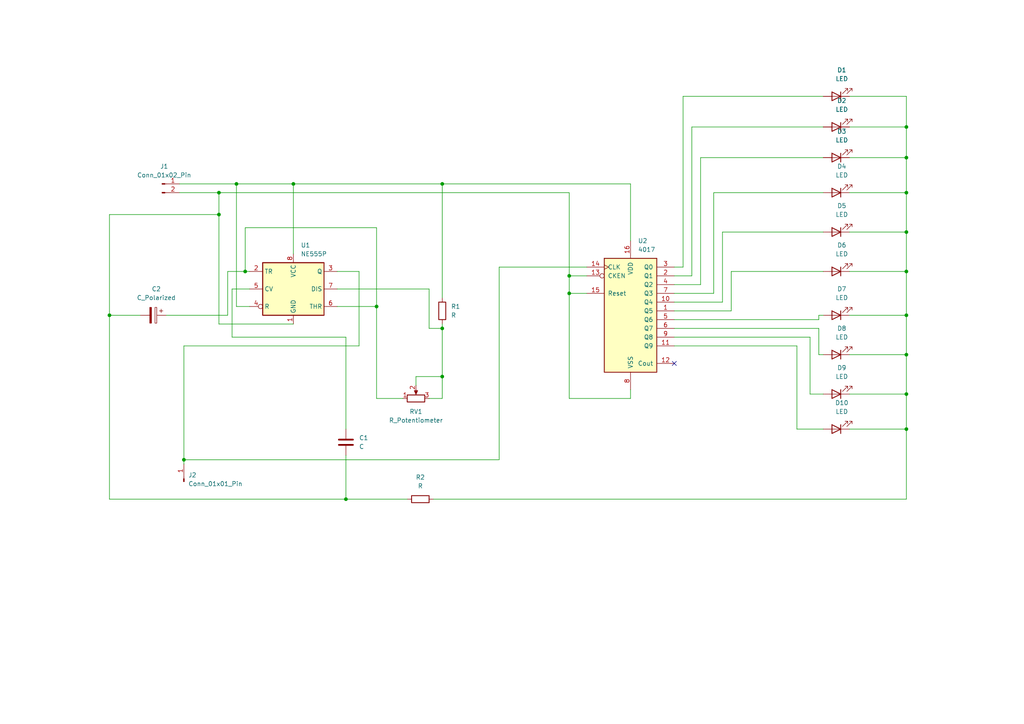
<source format=kicad_sch>
(kicad_sch
	(version 20250114)
	(generator "eeschema")
	(generator_version "9.0")
	(uuid "eae1b529-4035-4798-8ef6-190a41a5aea2")
	(paper "A4")
	(lib_symbols
		(symbol "4xxx:4017"
			(pin_names
				(offset 1.016)
			)
			(exclude_from_sim no)
			(in_bom yes)
			(on_board yes)
			(property "Reference" "U"
				(at -7.62 16.51 0)
				(effects
					(font
						(size 1.27 1.27)
					)
				)
			)
			(property "Value" "4017"
				(at -7.62 -19.05 0)
				(effects
					(font
						(size 1.27 1.27)
					)
				)
			)
			(property "Footprint" ""
				(at 0 0 0)
				(effects
					(font
						(size 1.27 1.27)
					)
					(hide yes)
				)
			)
			(property "Datasheet" "http://www.intersil.com/content/dam/Intersil/documents/cd40/cd4017bms-22bms.pdf"
				(at 0 0 0)
				(effects
					(font
						(size 1.27 1.27)
					)
					(hide yes)
				)
			)
			(property "Description" "Johnson Counter ( 10 outputs )"
				(at 0 0 0)
				(effects
					(font
						(size 1.27 1.27)
					)
					(hide yes)
				)
			)
			(property "ki_locked" ""
				(at 0 0 0)
				(effects
					(font
						(size 1.27 1.27)
					)
				)
			)
			(property "ki_keywords" "CNT CNT10"
				(at 0 0 0)
				(effects
					(font
						(size 1.27 1.27)
					)
					(hide yes)
				)
			)
			(property "ki_fp_filters" "DIP?16*"
				(at 0 0 0)
				(effects
					(font
						(size 1.27 1.27)
					)
					(hide yes)
				)
			)
			(symbol "4017_1_0"
				(pin input clock
					(at -12.7 12.7 0)
					(length 5.08)
					(name "CLK"
						(effects
							(font
								(size 1.27 1.27)
							)
						)
					)
					(number "14"
						(effects
							(font
								(size 1.27 1.27)
							)
						)
					)
				)
				(pin input inverted
					(at -12.7 10.16 0)
					(length 5.08)
					(name "CKEN"
						(effects
							(font
								(size 1.27 1.27)
							)
						)
					)
					(number "13"
						(effects
							(font
								(size 1.27 1.27)
							)
						)
					)
				)
				(pin input line
					(at -12.7 5.08 0)
					(length 5.08)
					(name "Reset"
						(effects
							(font
								(size 1.27 1.27)
							)
						)
					)
					(number "15"
						(effects
							(font
								(size 1.27 1.27)
							)
						)
					)
				)
				(pin power_in line
					(at 0 20.32 270)
					(length 5.08)
					(name "VDD"
						(effects
							(font
								(size 1.27 1.27)
							)
						)
					)
					(number "16"
						(effects
							(font
								(size 1.27 1.27)
							)
						)
					)
				)
				(pin power_in line
					(at 0 -22.86 90)
					(length 5.08)
					(name "VSS"
						(effects
							(font
								(size 1.27 1.27)
							)
						)
					)
					(number "8"
						(effects
							(font
								(size 1.27 1.27)
							)
						)
					)
				)
				(pin output line
					(at 12.7 12.7 180)
					(length 5.08)
					(name "Q0"
						(effects
							(font
								(size 1.27 1.27)
							)
						)
					)
					(number "3"
						(effects
							(font
								(size 1.27 1.27)
							)
						)
					)
				)
				(pin output line
					(at 12.7 10.16 180)
					(length 5.08)
					(name "Q1"
						(effects
							(font
								(size 1.27 1.27)
							)
						)
					)
					(number "2"
						(effects
							(font
								(size 1.27 1.27)
							)
						)
					)
				)
				(pin output line
					(at 12.7 7.62 180)
					(length 5.08)
					(name "Q2"
						(effects
							(font
								(size 1.27 1.27)
							)
						)
					)
					(number "4"
						(effects
							(font
								(size 1.27 1.27)
							)
						)
					)
				)
				(pin output line
					(at 12.7 5.08 180)
					(length 5.08)
					(name "Q3"
						(effects
							(font
								(size 1.27 1.27)
							)
						)
					)
					(number "7"
						(effects
							(font
								(size 1.27 1.27)
							)
						)
					)
				)
				(pin output line
					(at 12.7 2.54 180)
					(length 5.08)
					(name "Q4"
						(effects
							(font
								(size 1.27 1.27)
							)
						)
					)
					(number "10"
						(effects
							(font
								(size 1.27 1.27)
							)
						)
					)
				)
				(pin output line
					(at 12.7 0 180)
					(length 5.08)
					(name "Q5"
						(effects
							(font
								(size 1.27 1.27)
							)
						)
					)
					(number "1"
						(effects
							(font
								(size 1.27 1.27)
							)
						)
					)
				)
				(pin output line
					(at 12.7 -2.54 180)
					(length 5.08)
					(name "Q6"
						(effects
							(font
								(size 1.27 1.27)
							)
						)
					)
					(number "5"
						(effects
							(font
								(size 1.27 1.27)
							)
						)
					)
				)
				(pin output line
					(at 12.7 -5.08 180)
					(length 5.08)
					(name "Q7"
						(effects
							(font
								(size 1.27 1.27)
							)
						)
					)
					(number "6"
						(effects
							(font
								(size 1.27 1.27)
							)
						)
					)
				)
				(pin output line
					(at 12.7 -7.62 180)
					(length 5.08)
					(name "Q8"
						(effects
							(font
								(size 1.27 1.27)
							)
						)
					)
					(number "9"
						(effects
							(font
								(size 1.27 1.27)
							)
						)
					)
				)
				(pin output line
					(at 12.7 -10.16 180)
					(length 5.08)
					(name "Q9"
						(effects
							(font
								(size 1.27 1.27)
							)
						)
					)
					(number "11"
						(effects
							(font
								(size 1.27 1.27)
							)
						)
					)
				)
				(pin output line
					(at 12.7 -15.24 180)
					(length 5.08)
					(name "Cout"
						(effects
							(font
								(size 1.27 1.27)
							)
						)
					)
					(number "12"
						(effects
							(font
								(size 1.27 1.27)
							)
						)
					)
				)
			)
			(symbol "4017_1_1"
				(rectangle
					(start -7.62 15.24)
					(end 7.62 -17.78)
					(stroke
						(width 0.254)
						(type default)
					)
					(fill
						(type background)
					)
				)
			)
			(embedded_fonts no)
		)
		(symbol "Connector:Conn_01x01_Pin"
			(pin_names
				(offset 1.016)
				(hide yes)
			)
			(exclude_from_sim no)
			(in_bom yes)
			(on_board yes)
			(property "Reference" "J"
				(at 0 2.54 0)
				(effects
					(font
						(size 1.27 1.27)
					)
				)
			)
			(property "Value" "Conn_01x01_Pin"
				(at 0 -2.54 0)
				(effects
					(font
						(size 1.27 1.27)
					)
				)
			)
			(property "Footprint" ""
				(at 0 0 0)
				(effects
					(font
						(size 1.27 1.27)
					)
					(hide yes)
				)
			)
			(property "Datasheet" "~"
				(at 0 0 0)
				(effects
					(font
						(size 1.27 1.27)
					)
					(hide yes)
				)
			)
			(property "Description" "Generic connector, single row, 01x01, script generated"
				(at 0 0 0)
				(effects
					(font
						(size 1.27 1.27)
					)
					(hide yes)
				)
			)
			(property "ki_locked" ""
				(at 0 0 0)
				(effects
					(font
						(size 1.27 1.27)
					)
				)
			)
			(property "ki_keywords" "connector"
				(at 0 0 0)
				(effects
					(font
						(size 1.27 1.27)
					)
					(hide yes)
				)
			)
			(property "ki_fp_filters" "Connector*:*_1x??_*"
				(at 0 0 0)
				(effects
					(font
						(size 1.27 1.27)
					)
					(hide yes)
				)
			)
			(symbol "Conn_01x01_Pin_1_1"
				(rectangle
					(start 0.8636 0.127)
					(end 0 -0.127)
					(stroke
						(width 0.1524)
						(type default)
					)
					(fill
						(type outline)
					)
				)
				(polyline
					(pts
						(xy 1.27 0) (xy 0.8636 0)
					)
					(stroke
						(width 0.1524)
						(type default)
					)
					(fill
						(type none)
					)
				)
				(pin passive line
					(at 5.08 0 180)
					(length 3.81)
					(name "Pin_1"
						(effects
							(font
								(size 1.27 1.27)
							)
						)
					)
					(number "1"
						(effects
							(font
								(size 1.27 1.27)
							)
						)
					)
				)
			)
			(embedded_fonts no)
		)
		(symbol "Connector:Conn_01x02_Pin"
			(pin_names
				(offset 1.016)
				(hide yes)
			)
			(exclude_from_sim no)
			(in_bom yes)
			(on_board yes)
			(property "Reference" "J"
				(at 0 2.54 0)
				(effects
					(font
						(size 1.27 1.27)
					)
				)
			)
			(property "Value" "Conn_01x02_Pin"
				(at 0 -5.08 0)
				(effects
					(font
						(size 1.27 1.27)
					)
				)
			)
			(property "Footprint" ""
				(at 0 0 0)
				(effects
					(font
						(size 1.27 1.27)
					)
					(hide yes)
				)
			)
			(property "Datasheet" "~"
				(at 0 0 0)
				(effects
					(font
						(size 1.27 1.27)
					)
					(hide yes)
				)
			)
			(property "Description" "Generic connector, single row, 01x02, script generated"
				(at 0 0 0)
				(effects
					(font
						(size 1.27 1.27)
					)
					(hide yes)
				)
			)
			(property "ki_locked" ""
				(at 0 0 0)
				(effects
					(font
						(size 1.27 1.27)
					)
				)
			)
			(property "ki_keywords" "connector"
				(at 0 0 0)
				(effects
					(font
						(size 1.27 1.27)
					)
					(hide yes)
				)
			)
			(property "ki_fp_filters" "Connector*:*_1x??_*"
				(at 0 0 0)
				(effects
					(font
						(size 1.27 1.27)
					)
					(hide yes)
				)
			)
			(symbol "Conn_01x02_Pin_1_1"
				(rectangle
					(start 0.8636 0.127)
					(end 0 -0.127)
					(stroke
						(width 0.1524)
						(type default)
					)
					(fill
						(type outline)
					)
				)
				(rectangle
					(start 0.8636 -2.413)
					(end 0 -2.667)
					(stroke
						(width 0.1524)
						(type default)
					)
					(fill
						(type outline)
					)
				)
				(polyline
					(pts
						(xy 1.27 0) (xy 0.8636 0)
					)
					(stroke
						(width 0.1524)
						(type default)
					)
					(fill
						(type none)
					)
				)
				(polyline
					(pts
						(xy 1.27 -2.54) (xy 0.8636 -2.54)
					)
					(stroke
						(width 0.1524)
						(type default)
					)
					(fill
						(type none)
					)
				)
				(pin passive line
					(at 5.08 0 180)
					(length 3.81)
					(name "Pin_1"
						(effects
							(font
								(size 1.27 1.27)
							)
						)
					)
					(number "1"
						(effects
							(font
								(size 1.27 1.27)
							)
						)
					)
				)
				(pin passive line
					(at 5.08 -2.54 180)
					(length 3.81)
					(name "Pin_2"
						(effects
							(font
								(size 1.27 1.27)
							)
						)
					)
					(number "2"
						(effects
							(font
								(size 1.27 1.27)
							)
						)
					)
				)
			)
			(embedded_fonts no)
		)
		(symbol "Device:C"
			(pin_numbers
				(hide yes)
			)
			(pin_names
				(offset 0.254)
			)
			(exclude_from_sim no)
			(in_bom yes)
			(on_board yes)
			(property "Reference" "C"
				(at 0.635 2.54 0)
				(effects
					(font
						(size 1.27 1.27)
					)
					(justify left)
				)
			)
			(property "Value" "C"
				(at 0.635 -2.54 0)
				(effects
					(font
						(size 1.27 1.27)
					)
					(justify left)
				)
			)
			(property "Footprint" ""
				(at 0.9652 -3.81 0)
				(effects
					(font
						(size 1.27 1.27)
					)
					(hide yes)
				)
			)
			(property "Datasheet" "~"
				(at 0 0 0)
				(effects
					(font
						(size 1.27 1.27)
					)
					(hide yes)
				)
			)
			(property "Description" "Unpolarized capacitor"
				(at 0 0 0)
				(effects
					(font
						(size 1.27 1.27)
					)
					(hide yes)
				)
			)
			(property "ki_keywords" "cap capacitor"
				(at 0 0 0)
				(effects
					(font
						(size 1.27 1.27)
					)
					(hide yes)
				)
			)
			(property "ki_fp_filters" "C_*"
				(at 0 0 0)
				(effects
					(font
						(size 1.27 1.27)
					)
					(hide yes)
				)
			)
			(symbol "C_0_1"
				(polyline
					(pts
						(xy -2.032 0.762) (xy 2.032 0.762)
					)
					(stroke
						(width 0.508)
						(type default)
					)
					(fill
						(type none)
					)
				)
				(polyline
					(pts
						(xy -2.032 -0.762) (xy 2.032 -0.762)
					)
					(stroke
						(width 0.508)
						(type default)
					)
					(fill
						(type none)
					)
				)
			)
			(symbol "C_1_1"
				(pin passive line
					(at 0 3.81 270)
					(length 2.794)
					(name "~"
						(effects
							(font
								(size 1.27 1.27)
							)
						)
					)
					(number "1"
						(effects
							(font
								(size 1.27 1.27)
							)
						)
					)
				)
				(pin passive line
					(at 0 -3.81 90)
					(length 2.794)
					(name "~"
						(effects
							(font
								(size 1.27 1.27)
							)
						)
					)
					(number "2"
						(effects
							(font
								(size 1.27 1.27)
							)
						)
					)
				)
			)
			(embedded_fonts no)
		)
		(symbol "Device:C_Polarized"
			(pin_numbers
				(hide yes)
			)
			(pin_names
				(offset 0.254)
			)
			(exclude_from_sim no)
			(in_bom yes)
			(on_board yes)
			(property "Reference" "C"
				(at 0.635 2.54 0)
				(effects
					(font
						(size 1.27 1.27)
					)
					(justify left)
				)
			)
			(property "Value" "C_Polarized"
				(at 0.635 -2.54 0)
				(effects
					(font
						(size 1.27 1.27)
					)
					(justify left)
				)
			)
			(property "Footprint" ""
				(at 0.9652 -3.81 0)
				(effects
					(font
						(size 1.27 1.27)
					)
					(hide yes)
				)
			)
			(property "Datasheet" "~"
				(at 0 0 0)
				(effects
					(font
						(size 1.27 1.27)
					)
					(hide yes)
				)
			)
			(property "Description" "Polarized capacitor"
				(at 0 0 0)
				(effects
					(font
						(size 1.27 1.27)
					)
					(hide yes)
				)
			)
			(property "ki_keywords" "cap capacitor"
				(at 0 0 0)
				(effects
					(font
						(size 1.27 1.27)
					)
					(hide yes)
				)
			)
			(property "ki_fp_filters" "CP_*"
				(at 0 0 0)
				(effects
					(font
						(size 1.27 1.27)
					)
					(hide yes)
				)
			)
			(symbol "C_Polarized_0_1"
				(rectangle
					(start -2.286 0.508)
					(end 2.286 1.016)
					(stroke
						(width 0)
						(type default)
					)
					(fill
						(type none)
					)
				)
				(polyline
					(pts
						(xy -1.778 2.286) (xy -0.762 2.286)
					)
					(stroke
						(width 0)
						(type default)
					)
					(fill
						(type none)
					)
				)
				(polyline
					(pts
						(xy -1.27 2.794) (xy -1.27 1.778)
					)
					(stroke
						(width 0)
						(type default)
					)
					(fill
						(type none)
					)
				)
				(rectangle
					(start 2.286 -0.508)
					(end -2.286 -1.016)
					(stroke
						(width 0)
						(type default)
					)
					(fill
						(type outline)
					)
				)
			)
			(symbol "C_Polarized_1_1"
				(pin passive line
					(at 0 3.81 270)
					(length 2.794)
					(name "~"
						(effects
							(font
								(size 1.27 1.27)
							)
						)
					)
					(number "1"
						(effects
							(font
								(size 1.27 1.27)
							)
						)
					)
				)
				(pin passive line
					(at 0 -3.81 90)
					(length 2.794)
					(name "~"
						(effects
							(font
								(size 1.27 1.27)
							)
						)
					)
					(number "2"
						(effects
							(font
								(size 1.27 1.27)
							)
						)
					)
				)
			)
			(embedded_fonts no)
		)
		(symbol "Device:LED"
			(pin_numbers
				(hide yes)
			)
			(pin_names
				(offset 1.016)
				(hide yes)
			)
			(exclude_from_sim no)
			(in_bom yes)
			(on_board yes)
			(property "Reference" "D"
				(at 0 2.54 0)
				(effects
					(font
						(size 1.27 1.27)
					)
				)
			)
			(property "Value" "LED"
				(at 0 -2.54 0)
				(effects
					(font
						(size 1.27 1.27)
					)
				)
			)
			(property "Footprint" ""
				(at 0 0 0)
				(effects
					(font
						(size 1.27 1.27)
					)
					(hide yes)
				)
			)
			(property "Datasheet" "~"
				(at 0 0 0)
				(effects
					(font
						(size 1.27 1.27)
					)
					(hide yes)
				)
			)
			(property "Description" "Light emitting diode"
				(at 0 0 0)
				(effects
					(font
						(size 1.27 1.27)
					)
					(hide yes)
				)
			)
			(property "Sim.Pins" "1=K 2=A"
				(at 0 0 0)
				(effects
					(font
						(size 1.27 1.27)
					)
					(hide yes)
				)
			)
			(property "ki_keywords" "LED diode"
				(at 0 0 0)
				(effects
					(font
						(size 1.27 1.27)
					)
					(hide yes)
				)
			)
			(property "ki_fp_filters" "LED* LED_SMD:* LED_THT:*"
				(at 0 0 0)
				(effects
					(font
						(size 1.27 1.27)
					)
					(hide yes)
				)
			)
			(symbol "LED_0_1"
				(polyline
					(pts
						(xy -3.048 -0.762) (xy -4.572 -2.286) (xy -3.81 -2.286) (xy -4.572 -2.286) (xy -4.572 -1.524)
					)
					(stroke
						(width 0)
						(type default)
					)
					(fill
						(type none)
					)
				)
				(polyline
					(pts
						(xy -1.778 -0.762) (xy -3.302 -2.286) (xy -2.54 -2.286) (xy -3.302 -2.286) (xy -3.302 -1.524)
					)
					(stroke
						(width 0)
						(type default)
					)
					(fill
						(type none)
					)
				)
				(polyline
					(pts
						(xy -1.27 0) (xy 1.27 0)
					)
					(stroke
						(width 0)
						(type default)
					)
					(fill
						(type none)
					)
				)
				(polyline
					(pts
						(xy -1.27 -1.27) (xy -1.27 1.27)
					)
					(stroke
						(width 0.254)
						(type default)
					)
					(fill
						(type none)
					)
				)
				(polyline
					(pts
						(xy 1.27 -1.27) (xy 1.27 1.27) (xy -1.27 0) (xy 1.27 -1.27)
					)
					(stroke
						(width 0.254)
						(type default)
					)
					(fill
						(type none)
					)
				)
			)
			(symbol "LED_1_1"
				(pin passive line
					(at -3.81 0 0)
					(length 2.54)
					(name "K"
						(effects
							(font
								(size 1.27 1.27)
							)
						)
					)
					(number "1"
						(effects
							(font
								(size 1.27 1.27)
							)
						)
					)
				)
				(pin passive line
					(at 3.81 0 180)
					(length 2.54)
					(name "A"
						(effects
							(font
								(size 1.27 1.27)
							)
						)
					)
					(number "2"
						(effects
							(font
								(size 1.27 1.27)
							)
						)
					)
				)
			)
			(embedded_fonts no)
		)
		(symbol "Device:R"
			(pin_numbers
				(hide yes)
			)
			(pin_names
				(offset 0)
			)
			(exclude_from_sim no)
			(in_bom yes)
			(on_board yes)
			(property "Reference" "R"
				(at 2.032 0 90)
				(effects
					(font
						(size 1.27 1.27)
					)
				)
			)
			(property "Value" "R"
				(at 0 0 90)
				(effects
					(font
						(size 1.27 1.27)
					)
				)
			)
			(property "Footprint" ""
				(at -1.778 0 90)
				(effects
					(font
						(size 1.27 1.27)
					)
					(hide yes)
				)
			)
			(property "Datasheet" "~"
				(at 0 0 0)
				(effects
					(font
						(size 1.27 1.27)
					)
					(hide yes)
				)
			)
			(property "Description" "Resistor"
				(at 0 0 0)
				(effects
					(font
						(size 1.27 1.27)
					)
					(hide yes)
				)
			)
			(property "ki_keywords" "R res resistor"
				(at 0 0 0)
				(effects
					(font
						(size 1.27 1.27)
					)
					(hide yes)
				)
			)
			(property "ki_fp_filters" "R_*"
				(at 0 0 0)
				(effects
					(font
						(size 1.27 1.27)
					)
					(hide yes)
				)
			)
			(symbol "R_0_1"
				(rectangle
					(start -1.016 -2.54)
					(end 1.016 2.54)
					(stroke
						(width 0.254)
						(type default)
					)
					(fill
						(type none)
					)
				)
			)
			(symbol "R_1_1"
				(pin passive line
					(at 0 3.81 270)
					(length 1.27)
					(name "~"
						(effects
							(font
								(size 1.27 1.27)
							)
						)
					)
					(number "1"
						(effects
							(font
								(size 1.27 1.27)
							)
						)
					)
				)
				(pin passive line
					(at 0 -3.81 90)
					(length 1.27)
					(name "~"
						(effects
							(font
								(size 1.27 1.27)
							)
						)
					)
					(number "2"
						(effects
							(font
								(size 1.27 1.27)
							)
						)
					)
				)
			)
			(embedded_fonts no)
		)
		(symbol "Device:R_Potentiometer"
			(pin_names
				(offset 1.016)
				(hide yes)
			)
			(exclude_from_sim no)
			(in_bom yes)
			(on_board yes)
			(property "Reference" "RV"
				(at -4.445 0 90)
				(effects
					(font
						(size 1.27 1.27)
					)
				)
			)
			(property "Value" "R_Potentiometer"
				(at -2.54 0 90)
				(effects
					(font
						(size 1.27 1.27)
					)
				)
			)
			(property "Footprint" ""
				(at 0 0 0)
				(effects
					(font
						(size 1.27 1.27)
					)
					(hide yes)
				)
			)
			(property "Datasheet" "~"
				(at 0 0 0)
				(effects
					(font
						(size 1.27 1.27)
					)
					(hide yes)
				)
			)
			(property "Description" "Potentiometer"
				(at 0 0 0)
				(effects
					(font
						(size 1.27 1.27)
					)
					(hide yes)
				)
			)
			(property "ki_keywords" "resistor variable"
				(at 0 0 0)
				(effects
					(font
						(size 1.27 1.27)
					)
					(hide yes)
				)
			)
			(property "ki_fp_filters" "Potentiometer*"
				(at 0 0 0)
				(effects
					(font
						(size 1.27 1.27)
					)
					(hide yes)
				)
			)
			(symbol "R_Potentiometer_0_1"
				(rectangle
					(start 1.016 2.54)
					(end -1.016 -2.54)
					(stroke
						(width 0.254)
						(type default)
					)
					(fill
						(type none)
					)
				)
				(polyline
					(pts
						(xy 1.143 0) (xy 2.286 0.508) (xy 2.286 -0.508) (xy 1.143 0)
					)
					(stroke
						(width 0)
						(type default)
					)
					(fill
						(type outline)
					)
				)
				(polyline
					(pts
						(xy 2.54 0) (xy 1.524 0)
					)
					(stroke
						(width 0)
						(type default)
					)
					(fill
						(type none)
					)
				)
			)
			(symbol "R_Potentiometer_1_1"
				(pin passive line
					(at 0 3.81 270)
					(length 1.27)
					(name "1"
						(effects
							(font
								(size 1.27 1.27)
							)
						)
					)
					(number "1"
						(effects
							(font
								(size 1.27 1.27)
							)
						)
					)
				)
				(pin passive line
					(at 0 -3.81 90)
					(length 1.27)
					(name "3"
						(effects
							(font
								(size 1.27 1.27)
							)
						)
					)
					(number "3"
						(effects
							(font
								(size 1.27 1.27)
							)
						)
					)
				)
				(pin passive line
					(at 3.81 0 180)
					(length 1.27)
					(name "2"
						(effects
							(font
								(size 1.27 1.27)
							)
						)
					)
					(number "2"
						(effects
							(font
								(size 1.27 1.27)
							)
						)
					)
				)
			)
			(embedded_fonts no)
		)
		(symbol "Timer:NE555P"
			(exclude_from_sim no)
			(in_bom yes)
			(on_board yes)
			(property "Reference" "U"
				(at -10.16 8.89 0)
				(effects
					(font
						(size 1.27 1.27)
					)
					(justify left)
				)
			)
			(property "Value" "NE555P"
				(at 2.54 8.89 0)
				(effects
					(font
						(size 1.27 1.27)
					)
					(justify left)
				)
			)
			(property "Footprint" "Package_DIP:DIP-8_W7.62mm"
				(at 16.51 -10.16 0)
				(effects
					(font
						(size 1.27 1.27)
					)
					(hide yes)
				)
			)
			(property "Datasheet" "http://www.ti.com/lit/ds/symlink/ne555.pdf"
				(at 21.59 -10.16 0)
				(effects
					(font
						(size 1.27 1.27)
					)
					(hide yes)
				)
			)
			(property "Description" "Precision Timers, 555 compatible,  PDIP-8"
				(at 0 0 0)
				(effects
					(font
						(size 1.27 1.27)
					)
					(hide yes)
				)
			)
			(property "ki_keywords" "single timer 555"
				(at 0 0 0)
				(effects
					(font
						(size 1.27 1.27)
					)
					(hide yes)
				)
			)
			(property "ki_fp_filters" "DIP*W7.62mm*"
				(at 0 0 0)
				(effects
					(font
						(size 1.27 1.27)
					)
					(hide yes)
				)
			)
			(symbol "NE555P_0_0"
				(pin power_in line
					(at 0 10.16 270)
					(length 2.54)
					(name "VCC"
						(effects
							(font
								(size 1.27 1.27)
							)
						)
					)
					(number "8"
						(effects
							(font
								(size 1.27 1.27)
							)
						)
					)
				)
				(pin power_in line
					(at 0 -10.16 90)
					(length 2.54)
					(name "GND"
						(effects
							(font
								(size 1.27 1.27)
							)
						)
					)
					(number "1"
						(effects
							(font
								(size 1.27 1.27)
							)
						)
					)
				)
			)
			(symbol "NE555P_0_1"
				(rectangle
					(start -8.89 -7.62)
					(end 8.89 7.62)
					(stroke
						(width 0.254)
						(type default)
					)
					(fill
						(type background)
					)
				)
				(rectangle
					(start -8.89 -7.62)
					(end 8.89 7.62)
					(stroke
						(width 0.254)
						(type default)
					)
					(fill
						(type background)
					)
				)
			)
			(symbol "NE555P_1_1"
				(pin input line
					(at -12.7 5.08 0)
					(length 3.81)
					(name "TR"
						(effects
							(font
								(size 1.27 1.27)
							)
						)
					)
					(number "2"
						(effects
							(font
								(size 1.27 1.27)
							)
						)
					)
				)
				(pin input line
					(at -12.7 0 0)
					(length 3.81)
					(name "CV"
						(effects
							(font
								(size 1.27 1.27)
							)
						)
					)
					(number "5"
						(effects
							(font
								(size 1.27 1.27)
							)
						)
					)
				)
				(pin input inverted
					(at -12.7 -5.08 0)
					(length 3.81)
					(name "R"
						(effects
							(font
								(size 1.27 1.27)
							)
						)
					)
					(number "4"
						(effects
							(font
								(size 1.27 1.27)
							)
						)
					)
				)
				(pin output line
					(at 12.7 5.08 180)
					(length 3.81)
					(name "Q"
						(effects
							(font
								(size 1.27 1.27)
							)
						)
					)
					(number "3"
						(effects
							(font
								(size 1.27 1.27)
							)
						)
					)
				)
				(pin input line
					(at 12.7 0 180)
					(length 3.81)
					(name "DIS"
						(effects
							(font
								(size 1.27 1.27)
							)
						)
					)
					(number "7"
						(effects
							(font
								(size 1.27 1.27)
							)
						)
					)
				)
				(pin input line
					(at 12.7 -5.08 180)
					(length 3.81)
					(name "THR"
						(effects
							(font
								(size 1.27 1.27)
							)
						)
					)
					(number "6"
						(effects
							(font
								(size 1.27 1.27)
							)
						)
					)
				)
			)
			(embedded_fonts no)
		)
	)
	(junction
		(at 128.27 95.25)
		(diameter 0)
		(color 0 0 0 0)
		(uuid "05cee2c3-c50f-4a33-8be9-fd1ffb71f42b")
	)
	(junction
		(at 31.75 91.44)
		(diameter 0)
		(color 0 0 0 0)
		(uuid "23a45f48-f2eb-4973-bda4-653b44b8832a")
	)
	(junction
		(at 262.89 114.3)
		(diameter 0)
		(color 0 0 0 0)
		(uuid "293f0ebc-0d4b-411c-9eae-8a73f8a5e9d8")
	)
	(junction
		(at 262.89 102.87)
		(diameter 0)
		(color 0 0 0 0)
		(uuid "2b89998e-a0ca-46fc-a46b-9c7b96d31d37")
	)
	(junction
		(at 71.12 78.74)
		(diameter 0)
		(color 0 0 0 0)
		(uuid "30e1d6e8-2ab7-4039-bb8c-c4e5eadb834c")
	)
	(junction
		(at 262.89 45.72)
		(diameter 0)
		(color 0 0 0 0)
		(uuid "3deee69e-282b-41a7-8222-5033ce90e93c")
	)
	(junction
		(at 262.89 55.88)
		(diameter 0)
		(color 0 0 0 0)
		(uuid "41d50dd9-5ff9-4b8b-a397-216d83ac447a")
	)
	(junction
		(at 63.5 62.23)
		(diameter 0)
		(color 0 0 0 0)
		(uuid "422094dd-07d8-4b5f-a1d3-21af36a098c7")
	)
	(junction
		(at 68.58 53.34)
		(diameter 0)
		(color 0 0 0 0)
		(uuid "4ae0b97b-719f-4543-9c35-301ce6847b1f")
	)
	(junction
		(at 262.89 67.31)
		(diameter 0)
		(color 0 0 0 0)
		(uuid "64bf2c3e-547d-4658-b3ea-c184abb08a6a")
	)
	(junction
		(at 85.09 53.34)
		(diameter 0)
		(color 0 0 0 0)
		(uuid "65822e46-6e54-41d8-aecd-7f65b8e1ed71")
	)
	(junction
		(at 109.22 88.9)
		(diameter 0)
		(color 0 0 0 0)
		(uuid "7afff4f1-4e0a-4c8e-9267-ff84a62fca04")
	)
	(junction
		(at 63.5 55.88)
		(diameter 0)
		(color 0 0 0 0)
		(uuid "8645cc9d-9c4c-41bc-aabf-255000156d70")
	)
	(junction
		(at 165.1 85.09)
		(diameter 0)
		(color 0 0 0 0)
		(uuid "92caf663-9317-4295-8df1-9fae8459614c")
	)
	(junction
		(at 262.89 78.74)
		(diameter 0)
		(color 0 0 0 0)
		(uuid "950b593f-96ef-4297-bfa3-a5dc398fc3ec")
	)
	(junction
		(at 53.34 133.35)
		(diameter 0)
		(color 0 0 0 0)
		(uuid "a43c3ed1-4741-4595-af17-6c11538cccc6")
	)
	(junction
		(at 262.89 124.46)
		(diameter 0)
		(color 0 0 0 0)
		(uuid "a59a01ce-bd8a-4563-b55e-b18f414ead29")
	)
	(junction
		(at 128.27 109.22)
		(diameter 0)
		(color 0 0 0 0)
		(uuid "a78d1c66-7b9f-4e03-b6cf-c6f9ac4c094a")
	)
	(junction
		(at 262.89 36.83)
		(diameter 0)
		(color 0 0 0 0)
		(uuid "b68c28b7-3536-4e4b-b96a-1abe6915505c")
	)
	(junction
		(at 100.33 144.78)
		(diameter 0)
		(color 0 0 0 0)
		(uuid "d9ca6d27-9db1-4f26-9496-aa8e166d4bac")
	)
	(junction
		(at 128.27 53.34)
		(diameter 0)
		(color 0 0 0 0)
		(uuid "e73b4a03-e9d8-408a-951e-998361776791")
	)
	(junction
		(at 262.89 91.44)
		(diameter 0)
		(color 0 0 0 0)
		(uuid "e80835b1-3293-4daa-9beb-433c27d3aa0c")
	)
	(junction
		(at 165.1 80.01)
		(diameter 0)
		(color 0 0 0 0)
		(uuid "fb634e05-a9ae-46fb-8314-3687e6ae495d")
	)
	(no_connect
		(at 195.58 105.41)
		(uuid "263709b1-0a49-47fa-ac25-185c62e46d11")
	)
	(wire
		(pts
			(xy 262.89 102.87) (xy 262.89 114.3)
		)
		(stroke
			(width 0)
			(type default)
		)
		(uuid "0128dddb-c8f0-4506-9039-c97d32cf69c0")
	)
	(wire
		(pts
			(xy 237.49 95.25) (xy 237.49 102.87)
		)
		(stroke
			(width 0)
			(type default)
		)
		(uuid "01843fb6-2165-4c00-bc7a-a86a1166cceb")
	)
	(wire
		(pts
			(xy 100.33 144.78) (xy 31.75 144.78)
		)
		(stroke
			(width 0)
			(type default)
		)
		(uuid "01d4a5da-c038-4632-a7f4-e218b08749a3")
	)
	(wire
		(pts
			(xy 120.65 109.22) (xy 128.27 109.22)
		)
		(stroke
			(width 0)
			(type default)
		)
		(uuid "061f6543-9528-4c55-a94d-342b037957f5")
	)
	(wire
		(pts
			(xy 125.73 144.78) (xy 262.89 144.78)
		)
		(stroke
			(width 0)
			(type default)
		)
		(uuid "07f6d1ef-f836-4d03-97a8-4dfb128253fc")
	)
	(wire
		(pts
			(xy 63.5 93.98) (xy 63.5 62.23)
		)
		(stroke
			(width 0)
			(type default)
		)
		(uuid "0e40580f-bbda-452c-b646-2e6cad08281f")
	)
	(wire
		(pts
			(xy 109.22 88.9) (xy 109.22 66.04)
		)
		(stroke
			(width 0)
			(type default)
		)
		(uuid "1247b3cf-d170-4356-8825-5e0cda47ea8d")
	)
	(wire
		(pts
			(xy 68.58 88.9) (xy 68.58 53.34)
		)
		(stroke
			(width 0)
			(type default)
		)
		(uuid "1686511f-9923-44ff-9a0f-a714bf060907")
	)
	(wire
		(pts
			(xy 234.95 114.3) (xy 238.76 114.3)
		)
		(stroke
			(width 0)
			(type default)
		)
		(uuid "187ad1d4-1c09-47f8-bbb4-6ad9ddb977d5")
	)
	(wire
		(pts
			(xy 246.38 36.83) (xy 262.89 36.83)
		)
		(stroke
			(width 0)
			(type default)
		)
		(uuid "1dcfadc8-6d3a-43a6-ac4a-8b0111f31361")
	)
	(wire
		(pts
			(xy 246.38 67.31) (xy 262.89 67.31)
		)
		(stroke
			(width 0)
			(type default)
		)
		(uuid "1e52aef6-df1b-4a11-ae36-3c1ea91ddd5f")
	)
	(wire
		(pts
			(xy 182.88 53.34) (xy 182.88 69.85)
		)
		(stroke
			(width 0)
			(type default)
		)
		(uuid "1e9810a8-af59-4671-a403-e151eeac8db8")
	)
	(wire
		(pts
			(xy 128.27 53.34) (xy 128.27 86.36)
		)
		(stroke
			(width 0)
			(type default)
		)
		(uuid "20df1827-2277-4be8-a981-e8a18d96e626")
	)
	(wire
		(pts
			(xy 195.58 77.47) (xy 198.12 77.47)
		)
		(stroke
			(width 0)
			(type default)
		)
		(uuid "215a2ff9-7149-4e42-94e1-e094a475b481")
	)
	(wire
		(pts
			(xy 165.1 85.09) (xy 165.1 115.57)
		)
		(stroke
			(width 0)
			(type default)
		)
		(uuid "21c8843f-264b-4310-904e-b1f248c3cc5e")
	)
	(wire
		(pts
			(xy 100.33 132.08) (xy 100.33 144.78)
		)
		(stroke
			(width 0)
			(type default)
		)
		(uuid "233d7852-c894-4ba0-8a8f-3171979dac70")
	)
	(wire
		(pts
			(xy 262.89 78.74) (xy 262.89 91.44)
		)
		(stroke
			(width 0)
			(type default)
		)
		(uuid "25ee0579-d0ce-43f9-95a6-f507bad5edba")
	)
	(wire
		(pts
			(xy 170.18 77.47) (xy 144.78 77.47)
		)
		(stroke
			(width 0)
			(type default)
		)
		(uuid "29f23f83-cca0-4046-a1e5-a19ef7201e58")
	)
	(wire
		(pts
			(xy 212.09 78.74) (xy 238.76 78.74)
		)
		(stroke
			(width 0)
			(type default)
		)
		(uuid "2a6385f2-c2b6-4776-8a94-cf36bfeff20e")
	)
	(wire
		(pts
			(xy 124.46 83.82) (xy 124.46 95.25)
		)
		(stroke
			(width 0)
			(type default)
		)
		(uuid "2c9d8eeb-90cf-49ae-9e9f-11ebb5eb5f31")
	)
	(wire
		(pts
			(xy 63.5 55.88) (xy 165.1 55.88)
		)
		(stroke
			(width 0)
			(type default)
		)
		(uuid "2f7f13c0-3393-4ca6-a2a0-a79c9a463f51")
	)
	(wire
		(pts
			(xy 207.01 85.09) (xy 207.01 55.88)
		)
		(stroke
			(width 0)
			(type default)
		)
		(uuid "3374bc9a-9632-45fc-9be5-5b5c6464c7a5")
	)
	(wire
		(pts
			(xy 128.27 109.22) (xy 128.27 115.57)
		)
		(stroke
			(width 0)
			(type default)
		)
		(uuid "33d4041c-41ce-4902-82fb-020f6c5f1228")
	)
	(wire
		(pts
			(xy 144.78 77.47) (xy 144.78 133.35)
		)
		(stroke
			(width 0)
			(type default)
		)
		(uuid "34055b63-f3fe-46e9-9839-ba81bd8bc322")
	)
	(wire
		(pts
			(xy 53.34 133.35) (xy 53.34 100.33)
		)
		(stroke
			(width 0)
			(type default)
		)
		(uuid "34b7a891-de1f-40a4-bc38-d86d5cbc5ed2")
	)
	(wire
		(pts
			(xy 85.09 93.98) (xy 63.5 93.98)
		)
		(stroke
			(width 0)
			(type default)
		)
		(uuid "34fa995e-d86d-4f97-be2e-cd37e291f99d")
	)
	(wire
		(pts
			(xy 195.58 87.63) (xy 209.55 87.63)
		)
		(stroke
			(width 0)
			(type default)
		)
		(uuid "36b60676-8696-47bc-a2b9-d156fd6ecced")
	)
	(wire
		(pts
			(xy 53.34 100.33) (xy 104.14 100.33)
		)
		(stroke
			(width 0)
			(type default)
		)
		(uuid "3fbf99cc-340e-4f0c-9ed3-444c971727ba")
	)
	(wire
		(pts
			(xy 195.58 85.09) (xy 207.01 85.09)
		)
		(stroke
			(width 0)
			(type default)
		)
		(uuid "438dd51d-fbae-4c75-8a67-ca2c2c28c57a")
	)
	(wire
		(pts
			(xy 97.79 88.9) (xy 109.22 88.9)
		)
		(stroke
			(width 0)
			(type default)
		)
		(uuid "44cc9152-3ce2-4031-8382-ae4d81582553")
	)
	(wire
		(pts
			(xy 209.55 67.31) (xy 238.76 67.31)
		)
		(stroke
			(width 0)
			(type default)
		)
		(uuid "49af67f7-0dab-47da-aa2b-51e3e8f1b497")
	)
	(wire
		(pts
			(xy 231.14 100.33) (xy 231.14 124.46)
		)
		(stroke
			(width 0)
			(type default)
		)
		(uuid "4ae20d99-0fd6-437a-a81c-f100eb9ac588")
	)
	(wire
		(pts
			(xy 68.58 53.34) (xy 85.09 53.34)
		)
		(stroke
			(width 0)
			(type default)
		)
		(uuid "4afb5272-014a-44ad-a91a-e865c56d1a07")
	)
	(wire
		(pts
			(xy 124.46 95.25) (xy 128.27 95.25)
		)
		(stroke
			(width 0)
			(type default)
		)
		(uuid "4f1b9ee3-c2da-4e35-9319-0f40cb90ed17")
	)
	(wire
		(pts
			(xy 246.38 91.44) (xy 262.89 91.44)
		)
		(stroke
			(width 0)
			(type default)
		)
		(uuid "54a9e439-7439-4b0b-b2e3-f98bd8f5df9d")
	)
	(wire
		(pts
			(xy 195.58 90.17) (xy 212.09 90.17)
		)
		(stroke
			(width 0)
			(type default)
		)
		(uuid "5617d323-44ae-4539-91d8-40027c4df861")
	)
	(wire
		(pts
			(xy 165.1 80.01) (xy 165.1 85.09)
		)
		(stroke
			(width 0)
			(type default)
		)
		(uuid "575c6204-ccb6-4a99-b2f0-6903f8d58bac")
	)
	(wire
		(pts
			(xy 237.49 102.87) (xy 238.76 102.87)
		)
		(stroke
			(width 0)
			(type default)
		)
		(uuid "5918908c-2521-484a-aa05-28d1ab310038")
	)
	(wire
		(pts
			(xy 212.09 90.17) (xy 212.09 78.74)
		)
		(stroke
			(width 0)
			(type default)
		)
		(uuid "5b2fe0a7-c0f3-4f6a-a1d8-149dd4cf586e")
	)
	(wire
		(pts
			(xy 237.49 92.71) (xy 237.49 91.44)
		)
		(stroke
			(width 0)
			(type default)
		)
		(uuid "5b6ec914-d7f0-41d2-9bf1-c480c07ad83a")
	)
	(wire
		(pts
			(xy 246.38 114.3) (xy 262.89 114.3)
		)
		(stroke
			(width 0)
			(type default)
		)
		(uuid "5f6375f0-884b-4788-adcf-ab5809ead7fd")
	)
	(wire
		(pts
			(xy 246.38 27.94) (xy 262.89 27.94)
		)
		(stroke
			(width 0)
			(type default)
		)
		(uuid "60e508a7-cbe4-4a4c-beff-cce6177dab62")
	)
	(wire
		(pts
			(xy 262.89 67.31) (xy 262.89 78.74)
		)
		(stroke
			(width 0)
			(type default)
		)
		(uuid "6644f8d2-4e80-4a66-9f9e-465dd6effba7")
	)
	(wire
		(pts
			(xy 71.12 78.74) (xy 72.39 78.74)
		)
		(stroke
			(width 0)
			(type default)
		)
		(uuid "684b1b88-ea24-4348-87b0-d8040cfdaa69")
	)
	(wire
		(pts
			(xy 52.07 55.88) (xy 63.5 55.88)
		)
		(stroke
			(width 0)
			(type default)
		)
		(uuid "6b979e91-ee30-47a2-85ce-ad6e1796d710")
	)
	(wire
		(pts
			(xy 31.75 91.44) (xy 40.64 91.44)
		)
		(stroke
			(width 0)
			(type default)
		)
		(uuid "6d32599a-037b-4f83-93c9-bc20a894e13d")
	)
	(wire
		(pts
			(xy 195.58 95.25) (xy 237.49 95.25)
		)
		(stroke
			(width 0)
			(type default)
		)
		(uuid "70dcce8c-840c-4887-b973-c2c32f6830b8")
	)
	(wire
		(pts
			(xy 246.38 55.88) (xy 262.89 55.88)
		)
		(stroke
			(width 0)
			(type default)
		)
		(uuid "74b81150-85a6-4041-a759-bf33b8fbbbcb")
	)
	(wire
		(pts
			(xy 195.58 92.71) (xy 237.49 92.71)
		)
		(stroke
			(width 0)
			(type default)
		)
		(uuid "75e9cd31-f55b-4c9d-80bb-fb4a399078ca")
	)
	(wire
		(pts
			(xy 209.55 87.63) (xy 209.55 67.31)
		)
		(stroke
			(width 0)
			(type default)
		)
		(uuid "769d3e21-b20e-4e29-b602-230629e42f55")
	)
	(wire
		(pts
			(xy 246.38 102.87) (xy 262.89 102.87)
		)
		(stroke
			(width 0)
			(type default)
		)
		(uuid "790b592e-cb7d-4070-b0e3-2a42c8a54949")
	)
	(wire
		(pts
			(xy 237.49 91.44) (xy 238.76 91.44)
		)
		(stroke
			(width 0)
			(type default)
		)
		(uuid "7b363e0f-79cc-4bcb-b9b9-43a5b665b5bb")
	)
	(wire
		(pts
			(xy 165.1 80.01) (xy 170.18 80.01)
		)
		(stroke
			(width 0)
			(type default)
		)
		(uuid "7c0599a9-dea6-49cf-9f2f-bb05af1b7f5c")
	)
	(wire
		(pts
			(xy 231.14 124.46) (xy 238.76 124.46)
		)
		(stroke
			(width 0)
			(type default)
		)
		(uuid "7ded5099-7f5c-4c1b-842a-1ad36d13bb94")
	)
	(wire
		(pts
			(xy 198.12 77.47) (xy 198.12 27.94)
		)
		(stroke
			(width 0)
			(type default)
		)
		(uuid "8155809d-bbd2-4e71-a129-098783b12f8c")
	)
	(wire
		(pts
			(xy 52.07 53.34) (xy 68.58 53.34)
		)
		(stroke
			(width 0)
			(type default)
		)
		(uuid "84e2d5da-7376-4517-bde9-c64f6a154058")
	)
	(wire
		(pts
			(xy 246.38 78.74) (xy 262.89 78.74)
		)
		(stroke
			(width 0)
			(type default)
		)
		(uuid "88088ccb-ca63-4a91-941b-f0247ee0384d")
	)
	(wire
		(pts
			(xy 53.34 134.62) (xy 53.34 133.35)
		)
		(stroke
			(width 0)
			(type default)
		)
		(uuid "882c5f5c-9dc2-4aa4-8782-2f05cf203b28")
	)
	(wire
		(pts
			(xy 118.11 144.78) (xy 100.33 144.78)
		)
		(stroke
			(width 0)
			(type default)
		)
		(uuid "8af6068b-5d14-48c5-9d2d-4b47b9adb670")
	)
	(wire
		(pts
			(xy 104.14 100.33) (xy 104.14 78.74)
		)
		(stroke
			(width 0)
			(type default)
		)
		(uuid "936a5f20-2596-461d-a9cf-b49e01ba2457")
	)
	(wire
		(pts
			(xy 100.33 97.79) (xy 67.31 97.79)
		)
		(stroke
			(width 0)
			(type default)
		)
		(uuid "936dbf54-c471-4605-af98-0f2dfd31c0f3")
	)
	(wire
		(pts
			(xy 85.09 53.34) (xy 85.09 73.66)
		)
		(stroke
			(width 0)
			(type default)
		)
		(uuid "9390147c-49a3-48f8-9b73-ed7b78af583d")
	)
	(wire
		(pts
			(xy 200.66 80.01) (xy 200.66 36.83)
		)
		(stroke
			(width 0)
			(type default)
		)
		(uuid "93dc34b5-1dce-479c-87ee-201a3f0b2189")
	)
	(wire
		(pts
			(xy 262.89 55.88) (xy 262.89 67.31)
		)
		(stroke
			(width 0)
			(type default)
		)
		(uuid "99d31192-75a3-4a34-8144-c75bd7039473")
	)
	(wire
		(pts
			(xy 207.01 55.88) (xy 238.76 55.88)
		)
		(stroke
			(width 0)
			(type default)
		)
		(uuid "9ac85369-53d1-44a0-890e-00d775c76b58")
	)
	(wire
		(pts
			(xy 31.75 91.44) (xy 31.75 62.23)
		)
		(stroke
			(width 0)
			(type default)
		)
		(uuid "9c1631fd-4f10-401b-a1d6-81268ed5f89c")
	)
	(wire
		(pts
			(xy 195.58 100.33) (xy 231.14 100.33)
		)
		(stroke
			(width 0)
			(type default)
		)
		(uuid "9c6c5a0a-9ec1-4a89-b80b-d38970e08ca7")
	)
	(wire
		(pts
			(xy 63.5 62.23) (xy 63.5 55.88)
		)
		(stroke
			(width 0)
			(type default)
		)
		(uuid "9c729b55-b762-48c5-9055-7bc9537141ac")
	)
	(wire
		(pts
			(xy 48.26 91.44) (xy 66.04 91.44)
		)
		(stroke
			(width 0)
			(type default)
		)
		(uuid "9dd40581-8612-41a8-b880-1f5e0fc77bdf")
	)
	(wire
		(pts
			(xy 195.58 97.79) (xy 234.95 97.79)
		)
		(stroke
			(width 0)
			(type default)
		)
		(uuid "a60affe9-34cc-4fb7-8d29-7d12ec6c1140")
	)
	(wire
		(pts
			(xy 195.58 82.55) (xy 203.2 82.55)
		)
		(stroke
			(width 0)
			(type default)
		)
		(uuid "aca1dfc9-aaa6-4cc7-8855-fc85ca987b1c")
	)
	(wire
		(pts
			(xy 195.58 80.01) (xy 200.66 80.01)
		)
		(stroke
			(width 0)
			(type default)
		)
		(uuid "b54736c9-7d66-4d31-ae7b-4d0188f5d347")
	)
	(wire
		(pts
			(xy 128.27 95.25) (xy 128.27 109.22)
		)
		(stroke
			(width 0)
			(type default)
		)
		(uuid "b728502e-1f2a-49e3-b015-b58a3d4f71fa")
	)
	(wire
		(pts
			(xy 72.39 88.9) (xy 68.58 88.9)
		)
		(stroke
			(width 0)
			(type default)
		)
		(uuid "b95661d9-9f61-4e06-849f-8098339329ab")
	)
	(wire
		(pts
			(xy 66.04 78.74) (xy 71.12 78.74)
		)
		(stroke
			(width 0)
			(type default)
		)
		(uuid "c2345c6d-b406-489d-8d72-efdca42d5a26")
	)
	(wire
		(pts
			(xy 128.27 115.57) (xy 124.46 115.57)
		)
		(stroke
			(width 0)
			(type default)
		)
		(uuid "c372eaf1-8c59-4680-85b2-49e82fabd341")
	)
	(wire
		(pts
			(xy 128.27 53.34) (xy 182.88 53.34)
		)
		(stroke
			(width 0)
			(type default)
		)
		(uuid "c43f420d-e900-4688-bfa0-c4cd2f861ae9")
	)
	(wire
		(pts
			(xy 246.38 45.72) (xy 262.89 45.72)
		)
		(stroke
			(width 0)
			(type default)
		)
		(uuid "c63d0c0c-1924-4067-8d7e-b7713c299fdb")
	)
	(wire
		(pts
			(xy 246.38 124.46) (xy 262.89 124.46)
		)
		(stroke
			(width 0)
			(type default)
		)
		(uuid "c651fbfe-e4b7-4936-92bb-c665834d3577")
	)
	(wire
		(pts
			(xy 182.88 115.57) (xy 182.88 113.03)
		)
		(stroke
			(width 0)
			(type default)
		)
		(uuid "c6de5d16-1bd3-4102-b52a-49c849a9918f")
	)
	(wire
		(pts
			(xy 262.89 114.3) (xy 262.89 124.46)
		)
		(stroke
			(width 0)
			(type default)
		)
		(uuid "c803d67c-982b-40ce-a1a7-875dfc996f4f")
	)
	(wire
		(pts
			(xy 262.89 124.46) (xy 262.89 144.78)
		)
		(stroke
			(width 0)
			(type default)
		)
		(uuid "c85fc83b-1e41-4e8a-bec8-f15bd92b5169")
	)
	(wire
		(pts
			(xy 100.33 124.46) (xy 100.33 97.79)
		)
		(stroke
			(width 0)
			(type default)
		)
		(uuid "c87e20e7-d198-4720-a64f-1975af96e48e")
	)
	(wire
		(pts
			(xy 97.79 83.82) (xy 124.46 83.82)
		)
		(stroke
			(width 0)
			(type default)
		)
		(uuid "ca253680-6421-4b72-8b70-1a85d47aed68")
	)
	(wire
		(pts
			(xy 71.12 66.04) (xy 71.12 78.74)
		)
		(stroke
			(width 0)
			(type default)
		)
		(uuid "cdb3bdfd-6527-4596-91f5-743045463594")
	)
	(wire
		(pts
			(xy 165.1 55.88) (xy 165.1 80.01)
		)
		(stroke
			(width 0)
			(type default)
		)
		(uuid "ce0dd657-6162-4b70-b6d3-0696c401bfc2")
	)
	(wire
		(pts
			(xy 165.1 115.57) (xy 182.88 115.57)
		)
		(stroke
			(width 0)
			(type default)
		)
		(uuid "ceb5e61e-58d4-4766-98fa-a38adffd2961")
	)
	(wire
		(pts
			(xy 67.31 97.79) (xy 67.31 83.82)
		)
		(stroke
			(width 0)
			(type default)
		)
		(uuid "cefa2375-8ef1-4f6d-aec5-db2a8e13c9b2")
	)
	(wire
		(pts
			(xy 109.22 66.04) (xy 71.12 66.04)
		)
		(stroke
			(width 0)
			(type default)
		)
		(uuid "cfc4f437-c275-42fd-b922-791dab3588ef")
	)
	(wire
		(pts
			(xy 104.14 78.74) (xy 97.79 78.74)
		)
		(stroke
			(width 0)
			(type default)
		)
		(uuid "d77cb3fb-da00-43a6-aabe-c092e8944f67")
	)
	(wire
		(pts
			(xy 144.78 133.35) (xy 53.34 133.35)
		)
		(stroke
			(width 0)
			(type default)
		)
		(uuid "d87202d8-c19e-451f-947b-7279da32c466")
	)
	(wire
		(pts
			(xy 67.31 83.82) (xy 72.39 83.82)
		)
		(stroke
			(width 0)
			(type default)
		)
		(uuid "d89b6414-7651-49b6-8819-751409e7ce79")
	)
	(wire
		(pts
			(xy 262.89 91.44) (xy 262.89 102.87)
		)
		(stroke
			(width 0)
			(type default)
		)
		(uuid "da2d313e-042f-4c6e-a1d8-e43c8af4366c")
	)
	(wire
		(pts
			(xy 116.84 115.57) (xy 109.22 115.57)
		)
		(stroke
			(width 0)
			(type default)
		)
		(uuid "dc055eb7-8fa1-4943-8276-2a8f28e041ba")
	)
	(wire
		(pts
			(xy 128.27 93.98) (xy 128.27 95.25)
		)
		(stroke
			(width 0)
			(type default)
		)
		(uuid "dc46bbbf-ab3a-43db-b57f-f0206aec2138")
	)
	(wire
		(pts
			(xy 31.75 62.23) (xy 63.5 62.23)
		)
		(stroke
			(width 0)
			(type default)
		)
		(uuid "de217fb1-a212-46ec-9b6d-01fdad7770c0")
	)
	(wire
		(pts
			(xy 109.22 115.57) (xy 109.22 88.9)
		)
		(stroke
			(width 0)
			(type default)
		)
		(uuid "e2a77b78-4e3c-4245-bce5-9005eb0ace0d")
	)
	(wire
		(pts
			(xy 203.2 82.55) (xy 203.2 45.72)
		)
		(stroke
			(width 0)
			(type default)
		)
		(uuid "e2eda97c-7f8c-4777-8bd7-71b4e14a9c82")
	)
	(wire
		(pts
			(xy 200.66 36.83) (xy 238.76 36.83)
		)
		(stroke
			(width 0)
			(type default)
		)
		(uuid "e30dc27d-2b89-42e2-89c1-e80a22fa8428")
	)
	(wire
		(pts
			(xy 262.89 36.83) (xy 262.89 45.72)
		)
		(stroke
			(width 0)
			(type default)
		)
		(uuid "e732fb93-d615-4a03-8caa-83337062db9b")
	)
	(wire
		(pts
			(xy 198.12 27.94) (xy 238.76 27.94)
		)
		(stroke
			(width 0)
			(type default)
		)
		(uuid "e96389ce-6185-4ef9-8627-b6f588d130ef")
	)
	(wire
		(pts
			(xy 66.04 91.44) (xy 66.04 78.74)
		)
		(stroke
			(width 0)
			(type default)
		)
		(uuid "ec7c6448-2bd2-48fd-a6aa-42a86b052e25")
	)
	(wire
		(pts
			(xy 203.2 45.72) (xy 238.76 45.72)
		)
		(stroke
			(width 0)
			(type default)
		)
		(uuid "ee17c092-31c2-42a9-92a0-a16a63f3157d")
	)
	(wire
		(pts
			(xy 165.1 85.09) (xy 170.18 85.09)
		)
		(stroke
			(width 0)
			(type default)
		)
		(uuid "ee815bc3-86e1-434b-9be3-52b794350bca")
	)
	(wire
		(pts
			(xy 120.65 111.76) (xy 120.65 109.22)
		)
		(stroke
			(width 0)
			(type default)
		)
		(uuid "f78f5d4c-aaea-4c0b-a279-e2fea5973108")
	)
	(wire
		(pts
			(xy 262.89 45.72) (xy 262.89 55.88)
		)
		(stroke
			(width 0)
			(type default)
		)
		(uuid "f7b1ac31-cc48-4d17-acd2-bb897a238d60")
	)
	(wire
		(pts
			(xy 234.95 97.79) (xy 234.95 114.3)
		)
		(stroke
			(width 0)
			(type default)
		)
		(uuid "f910d93e-f79d-4c0f-b85f-85ace2b7a908")
	)
	(wire
		(pts
			(xy 31.75 144.78) (xy 31.75 91.44)
		)
		(stroke
			(width 0)
			(type default)
		)
		(uuid "fe24e8e5-0051-4f2b-b4d8-a11640a3e942")
	)
	(wire
		(pts
			(xy 262.89 27.94) (xy 262.89 36.83)
		)
		(stroke
			(width 0)
			(type default)
		)
		(uuid "fec47a5e-3404-45c1-9b81-b355db2d32ad")
	)
	(wire
		(pts
			(xy 85.09 53.34) (xy 128.27 53.34)
		)
		(stroke
			(width 0)
			(type default)
		)
		(uuid "ff3dae75-1328-468e-9ea2-e1bfd58e3837")
	)
	(symbol
		(lib_id "Device:C")
		(at 100.33 128.27 0)
		(unit 1)
		(exclude_from_sim no)
		(in_bom yes)
		(on_board yes)
		(dnp no)
		(fields_autoplaced yes)
		(uuid "0f6060f3-a5c5-4a77-967f-f5b27e8089f3")
		(property "Reference" "C1"
			(at 104.14 126.9999 0)
			(effects
				(font
					(size 1.27 1.27)
				)
				(justify left)
			)
		)
		(property "Value" "C"
			(at 104.14 129.5399 0)
			(effects
				(font
					(size 1.27 1.27)
				)
				(justify left)
			)
		)
		(property "Footprint" "Capacitor_THT:C_Disc_D5.0mm_W2.5mm_P5.00mm"
			(at 101.2952 132.08 0)
			(effects
				(font
					(size 1.27 1.27)
				)
				(hide yes)
			)
		)
		(property "Datasheet" "~"
			(at 100.33 128.27 0)
			(effects
				(font
					(size 1.27 1.27)
				)
				(hide yes)
			)
		)
		(property "Description" "Unpolarized capacitor"
			(at 100.33 128.27 0)
			(effects
				(font
					(size 1.27 1.27)
				)
				(hide yes)
			)
		)
		(pin "2"
			(uuid "2b72b60e-2073-4dff-9e08-b889df6fa065")
		)
		(pin "1"
			(uuid "a5aa54fd-ef13-431d-97b2-ccc2100ac867")
		)
		(instances
			(project ""
				(path "/eae1b529-4035-4798-8ef6-190a41a5aea2"
					(reference "C1")
					(unit 1)
				)
			)
		)
	)
	(symbol
		(lib_id "Device:C_Polarized")
		(at 44.45 91.44 270)
		(unit 1)
		(exclude_from_sim no)
		(in_bom yes)
		(on_board yes)
		(dnp no)
		(fields_autoplaced yes)
		(uuid "12d8d964-81fc-451c-a169-0c62ddf7bf5c")
		(property "Reference" "C2"
			(at 45.339 83.82 90)
			(effects
				(font
					(size 1.27 1.27)
				)
			)
		)
		(property "Value" "C_Polarized"
			(at 45.339 86.36 90)
			(effects
				(font
					(size 1.27 1.27)
				)
			)
		)
		(property "Footprint" "Capacitor_THT:CP_Radial_D5.0mm_P2.50mm"
			(at 40.64 92.4052 0)
			(effects
				(font
					(size 1.27 1.27)
				)
				(hide yes)
			)
		)
		(property "Datasheet" "~"
			(at 44.45 91.44 0)
			(effects
				(font
					(size 1.27 1.27)
				)
				(hide yes)
			)
		)
		(property "Description" "Polarized capacitor"
			(at 44.45 91.44 0)
			(effects
				(font
					(size 1.27 1.27)
				)
				(hide yes)
			)
		)
		(pin "1"
			(uuid "d3814a86-a6d2-4be5-9428-28533a91e509")
		)
		(pin "2"
			(uuid "48b050bc-01aa-48dc-9919-da05b9636268")
		)
		(instances
			(project ""
				(path "/eae1b529-4035-4798-8ef6-190a41a5aea2"
					(reference "C2")
					(unit 1)
				)
			)
		)
	)
	(symbol
		(lib_id "Device:LED")
		(at 242.57 45.72 180)
		(unit 1)
		(exclude_from_sim no)
		(in_bom yes)
		(on_board yes)
		(dnp no)
		(fields_autoplaced yes)
		(uuid "1dd32fa7-37e5-4aba-8912-0157338e21ae")
		(property "Reference" "D3"
			(at 244.1575 38.1 0)
			(effects
				(font
					(size 1.27 1.27)
				)
			)
		)
		(property "Value" "LED"
			(at 244.1575 40.64 0)
			(effects
				(font
					(size 1.27 1.27)
				)
			)
		)
		(property "Footprint" "LED_THT:LED_D5.0mm"
			(at 242.57 45.72 0)
			(effects
				(font
					(size 1.27 1.27)
				)
				(hide yes)
			)
		)
		(property "Datasheet" "~"
			(at 242.57 45.72 0)
			(effects
				(font
					(size 1.27 1.27)
				)
				(hide yes)
			)
		)
		(property "Description" "Light emitting diode"
			(at 242.57 45.72 0)
			(effects
				(font
					(size 1.27 1.27)
				)
				(hide yes)
			)
		)
		(property "Sim.Pins" "1=K 2=A"
			(at 242.57 45.72 0)
			(effects
				(font
					(size 1.27 1.27)
				)
				(hide yes)
			)
		)
		(pin "1"
			(uuid "bd214243-36fb-4232-b6a2-3ebfc2f637b1")
		)
		(pin "2"
			(uuid "9ed549a5-af5d-4e0d-93b5-5711645ae1e9")
		)
		(instances
			(project ""
				(path "/eae1b529-4035-4798-8ef6-190a41a5aea2"
					(reference "D3")
					(unit 1)
				)
			)
		)
	)
	(symbol
		(lib_id "Device:LED")
		(at 242.57 114.3 180)
		(unit 1)
		(exclude_from_sim no)
		(in_bom yes)
		(on_board yes)
		(dnp no)
		(fields_autoplaced yes)
		(uuid "27f868ea-db6c-4025-ba3d-e10bba732094")
		(property "Reference" "D9"
			(at 244.1575 106.68 0)
			(effects
				(font
					(size 1.27 1.27)
				)
			)
		)
		(property "Value" "LED"
			(at 244.1575 109.22 0)
			(effects
				(font
					(size 1.27 1.27)
				)
			)
		)
		(property "Footprint" "LED_THT:LED_D5.0mm"
			(at 242.57 114.3 0)
			(effects
				(font
					(size 1.27 1.27)
				)
				(hide yes)
			)
		)
		(property "Datasheet" "~"
			(at 242.57 114.3 0)
			(effects
				(font
					(size 1.27 1.27)
				)
				(hide yes)
			)
		)
		(property "Description" "Light emitting diode"
			(at 242.57 114.3 0)
			(effects
				(font
					(size 1.27 1.27)
				)
				(hide yes)
			)
		)
		(property "Sim.Pins" "1=K 2=A"
			(at 242.57 114.3 0)
			(effects
				(font
					(size 1.27 1.27)
				)
				(hide yes)
			)
		)
		(pin "1"
			(uuid "bd214243-36fb-4232-b6a2-3ebfc2f637b1")
		)
		(pin "2"
			(uuid "9ed549a5-af5d-4e0d-93b5-5711645ae1e9")
		)
		(instances
			(project ""
				(path "/eae1b529-4035-4798-8ef6-190a41a5aea2"
					(reference "D9")
					(unit 1)
				)
			)
		)
	)
	(symbol
		(lib_id "Connector:Conn_01x02_Pin")
		(at 46.99 53.34 0)
		(unit 1)
		(exclude_from_sim no)
		(in_bom yes)
		(on_board yes)
		(dnp no)
		(fields_autoplaced yes)
		(uuid "2a28a1dd-31a3-489a-a073-539c24254a5f")
		(property "Reference" "J1"
			(at 47.625 48.26 0)
			(effects
				(font
					(size 1.27 1.27)
				)
			)
		)
		(property "Value" "Conn_01x02_Pin"
			(at 47.625 50.8 0)
			(effects
				(font
					(size 1.27 1.27)
				)
			)
		)
		(property "Footprint" "Connector_PinHeader_2.54mm:PinHeader_1x02_P2.54mm_Vertical"
			(at 46.99 53.34 0)
			(effects
				(font
					(size 1.27 1.27)
				)
				(hide yes)
			)
		)
		(property "Datasheet" "~"
			(at 46.99 53.34 0)
			(effects
				(font
					(size 1.27 1.27)
				)
				(hide yes)
			)
		)
		(property "Description" "Generic connector, single row, 01x02, script generated"
			(at 46.99 53.34 0)
			(effects
				(font
					(size 1.27 1.27)
				)
				(hide yes)
			)
		)
		(pin "1"
			(uuid "25129edf-4c7d-42b5-8b3c-08afcdca4967")
		)
		(pin "2"
			(uuid "824251fb-92d4-4f64-9ee9-923ebe8a3004")
		)
		(instances
			(project ""
				(path "/eae1b529-4035-4798-8ef6-190a41a5aea2"
					(reference "J1")
					(unit 1)
				)
			)
		)
	)
	(symbol
		(lib_id "Device:LED")
		(at 242.57 27.94 180)
		(unit 1)
		(exclude_from_sim no)
		(in_bom yes)
		(on_board yes)
		(dnp no)
		(fields_autoplaced yes)
		(uuid "4d816e74-062e-4cef-b180-58520898b41e")
		(property "Reference" "D1"
			(at 244.1575 20.32 0)
			(effects
				(font
					(size 1.27 1.27)
				)
			)
		)
		(property "Value" "LED"
			(at 244.1575 22.86 0)
			(effects
				(font
					(size 1.27 1.27)
				)
			)
		)
		(property "Footprint" "LED_THT:LED_D5.0mm"
			(at 242.57 27.94 0)
			(effects
				(font
					(size 1.27 1.27)
				)
				(hide yes)
			)
		)
		(property "Datasheet" "~"
			(at 242.57 27.94 0)
			(effects
				(font
					(size 1.27 1.27)
				)
				(hide yes)
			)
		)
		(property "Description" "Light emitting diode"
			(at 242.57 27.94 0)
			(effects
				(font
					(size 1.27 1.27)
				)
				(hide yes)
			)
		)
		(property "Sim.Pins" "1=K 2=A"
			(at 242.57 27.94 0)
			(effects
				(font
					(size 1.27 1.27)
				)
				(hide yes)
			)
		)
		(pin "1"
			(uuid "bd214243-36fb-4232-b6a2-3ebfc2f637b1")
		)
		(pin "2"
			(uuid "9ed549a5-af5d-4e0d-93b5-5711645ae1e9")
		)
		(instances
			(project ""
				(path "/eae1b529-4035-4798-8ef6-190a41a5aea2"
					(reference "D1")
					(unit 1)
				)
			)
		)
	)
	(symbol
		(lib_id "Device:LED")
		(at 242.57 36.83 180)
		(unit 1)
		(exclude_from_sim no)
		(in_bom yes)
		(on_board yes)
		(dnp no)
		(fields_autoplaced yes)
		(uuid "4d90b4be-668c-46b1-9c7b-decc2f5a4a10")
		(property "Reference" "D2"
			(at 244.1575 29.21 0)
			(effects
				(font
					(size 1.27 1.27)
				)
			)
		)
		(property "Value" "LED"
			(at 244.1575 31.75 0)
			(effects
				(font
					(size 1.27 1.27)
				)
			)
		)
		(property "Footprint" "LED_THT:LED_D5.0mm"
			(at 242.57 36.83 0)
			(effects
				(font
					(size 1.27 1.27)
				)
				(hide yes)
			)
		)
		(property "Datasheet" "~"
			(at 242.57 36.83 0)
			(effects
				(font
					(size 1.27 1.27)
				)
				(hide yes)
			)
		)
		(property "Description" "Light emitting diode"
			(at 242.57 36.83 0)
			(effects
				(font
					(size 1.27 1.27)
				)
				(hide yes)
			)
		)
		(property "Sim.Pins" "1=K 2=A"
			(at 242.57 36.83 0)
			(effects
				(font
					(size 1.27 1.27)
				)
				(hide yes)
			)
		)
		(pin "1"
			(uuid "bd214243-36fb-4232-b6a2-3ebfc2f637b1")
		)
		(pin "2"
			(uuid "9ed549a5-af5d-4e0d-93b5-5711645ae1e9")
		)
		(instances
			(project ""
				(path "/eae1b529-4035-4798-8ef6-190a41a5aea2"
					(reference "D2")
					(unit 1)
				)
			)
		)
	)
	(symbol
		(lib_id "Connector:Conn_01x01_Pin")
		(at 53.34 139.7 90)
		(unit 1)
		(exclude_from_sim no)
		(in_bom yes)
		(on_board yes)
		(dnp no)
		(fields_autoplaced yes)
		(uuid "632aabaf-c973-49a0-b7f4-85fc9801a1e9")
		(property "Reference" "J2"
			(at 54.61 137.7949 90)
			(effects
				(font
					(size 1.27 1.27)
				)
				(justify right)
			)
		)
		(property "Value" "Conn_01x01_Pin"
			(at 54.61 140.3349 90)
			(effects
				(font
					(size 1.27 1.27)
				)
				(justify right)
			)
		)
		(property "Footprint" "Connector_PinHeader_2.54mm:PinHeader_1x01_P2.54mm_Vertical"
			(at 53.34 139.7 0)
			(effects
				(font
					(size 1.27 1.27)
				)
				(hide yes)
			)
		)
		(property "Datasheet" "~"
			(at 53.34 139.7 0)
			(effects
				(font
					(size 1.27 1.27)
				)
				(hide yes)
			)
		)
		(property "Description" "Generic connector, single row, 01x01, script generated"
			(at 53.34 139.7 0)
			(effects
				(font
					(size 1.27 1.27)
				)
				(hide yes)
			)
		)
		(pin "1"
			(uuid "e5441fd5-91d6-4757-a072-375091c527f6")
		)
		(instances
			(project ""
				(path "/eae1b529-4035-4798-8ef6-190a41a5aea2"
					(reference "J2")
					(unit 1)
				)
			)
		)
	)
	(symbol
		(lib_id "Timer:NE555P")
		(at 85.09 83.82 0)
		(unit 1)
		(exclude_from_sim no)
		(in_bom yes)
		(on_board yes)
		(dnp no)
		(fields_autoplaced yes)
		(uuid "85a7bc8d-9d76-4f79-abfd-b3d2561663f2")
		(property "Reference" "U1"
			(at 87.2333 71.12 0)
			(effects
				(font
					(size 1.27 1.27)
				)
				(justify left)
			)
		)
		(property "Value" "NE555P"
			(at 87.2333 73.66 0)
			(effects
				(font
					(size 1.27 1.27)
				)
				(justify left)
			)
		)
		(property "Footprint" "Package_DIP:DIP-8_W7.62mm"
			(at 101.6 93.98 0)
			(effects
				(font
					(size 1.27 1.27)
				)
				(hide yes)
			)
		)
		(property "Datasheet" "http://www.ti.com/lit/ds/symlink/ne555.pdf"
			(at 106.68 93.98 0)
			(effects
				(font
					(size 1.27 1.27)
				)
				(hide yes)
			)
		)
		(property "Description" "Precision Timers, 555 compatible,  PDIP-8"
			(at 85.09 83.82 0)
			(effects
				(font
					(size 1.27 1.27)
				)
				(hide yes)
			)
		)
		(pin "7"
			(uuid "4b927814-8bb8-4d81-993d-78a765cd8f29")
		)
		(pin "6"
			(uuid "49de60ee-87a0-4c21-b9a9-989eb25e8fc9")
		)
		(pin "2"
			(uuid "bb0ca9f4-0c1f-4232-9fe7-59917172e91d")
		)
		(pin "1"
			(uuid "adacaaed-b961-4083-b65f-339731a92727")
		)
		(pin "4"
			(uuid "d59949a9-f214-494a-98a1-54a56d67f72b")
		)
		(pin "3"
			(uuid "feda395a-0d10-4e0e-ad26-e11d8694c436")
		)
		(pin "8"
			(uuid "d8787fb9-8e3c-4136-8127-5308070ba84f")
		)
		(pin "5"
			(uuid "8d379051-c226-48b8-b7f0-7c2c0c3d9b2c")
		)
		(instances
			(project ""
				(path "/eae1b529-4035-4798-8ef6-190a41a5aea2"
					(reference "U1")
					(unit 1)
				)
			)
		)
	)
	(symbol
		(lib_id "4xxx:4017")
		(at 182.88 90.17 0)
		(unit 1)
		(exclude_from_sim no)
		(in_bom yes)
		(on_board yes)
		(dnp no)
		(fields_autoplaced yes)
		(uuid "9916aefe-3991-4652-b85b-4c7086a2a357")
		(property "Reference" "U2"
			(at 185.0233 69.85 0)
			(effects
				(font
					(size 1.27 1.27)
				)
				(justify left)
			)
		)
		(property "Value" "4017"
			(at 185.0233 72.39 0)
			(effects
				(font
					(size 1.27 1.27)
				)
				(justify left)
			)
		)
		(property "Footprint" "Package_DIP:DIP-16_W7.62mm"
			(at 182.88 90.17 0)
			(effects
				(font
					(size 1.27 1.27)
				)
				(hide yes)
			)
		)
		(property "Datasheet" "http://www.intersil.com/content/dam/Intersil/documents/cd40/cd4017bms-22bms.pdf"
			(at 182.88 90.17 0)
			(effects
				(font
					(size 1.27 1.27)
				)
				(hide yes)
			)
		)
		(property "Description" "Johnson Counter ( 10 outputs )"
			(at 182.88 90.17 0)
			(effects
				(font
					(size 1.27 1.27)
				)
				(hide yes)
			)
		)
		(pin "4"
			(uuid "78c41729-61dd-4681-85ad-15a431a0b149")
		)
		(pin "14"
			(uuid "f310ae2d-d4e7-4ce7-906d-f775dc3012d6")
		)
		(pin "16"
			(uuid "0756d462-2bb2-496e-9fda-b44290083172")
		)
		(pin "11"
			(uuid "e7952529-5a96-444c-9d2b-8307b934be71")
		)
		(pin "6"
			(uuid "88185b86-7972-4ed8-a564-f7157b4436a9")
		)
		(pin "12"
			(uuid "8ce38ffd-5319-4c7d-9064-eeb073709bbb")
		)
		(pin "13"
			(uuid "f808ca0d-14f0-48ea-9262-f0e333913862")
		)
		(pin "8"
			(uuid "50255d00-1aac-4501-ba83-20bf371ee0b1")
		)
		(pin "15"
			(uuid "fc933ce4-a780-4c3f-b559-0ba77df24368")
		)
		(pin "3"
			(uuid "eb89f043-7e2d-4968-9dea-e704756d466d")
		)
		(pin "2"
			(uuid "af322a42-6ce6-42b8-8f62-6dc607698918")
		)
		(pin "7"
			(uuid "dd820cf9-b9f0-4d58-b712-e5938e8e728c")
		)
		(pin "10"
			(uuid "33927b27-1854-44fd-b5b3-bbbd501c705f")
		)
		(pin "1"
			(uuid "4e9f690c-8b9e-44b7-b893-130eb070cb7b")
		)
		(pin "5"
			(uuid "b656824e-f9dc-43d4-a463-d30d3ab3e9d1")
		)
		(pin "9"
			(uuid "03b074da-cea6-421a-a069-3decb3208035")
		)
		(instances
			(project ""
				(path "/eae1b529-4035-4798-8ef6-190a41a5aea2"
					(reference "U2")
					(unit 1)
				)
			)
		)
	)
	(symbol
		(lib_id "Device:LED")
		(at 242.57 78.74 180)
		(unit 1)
		(exclude_from_sim no)
		(in_bom yes)
		(on_board yes)
		(dnp no)
		(fields_autoplaced yes)
		(uuid "9f8353f4-b99a-4695-b0b4-da3ff8b2f8c1")
		(property "Reference" "D6"
			(at 244.1575 71.12 0)
			(effects
				(font
					(size 1.27 1.27)
				)
			)
		)
		(property "Value" "LED"
			(at 244.1575 73.66 0)
			(effects
				(font
					(size 1.27 1.27)
				)
			)
		)
		(property "Footprint" "LED_THT:LED_D5.0mm"
			(at 242.57 78.74 0)
			(effects
				(font
					(size 1.27 1.27)
				)
				(hide yes)
			)
		)
		(property "Datasheet" "~"
			(at 242.57 78.74 0)
			(effects
				(font
					(size 1.27 1.27)
				)
				(hide yes)
			)
		)
		(property "Description" "Light emitting diode"
			(at 242.57 78.74 0)
			(effects
				(font
					(size 1.27 1.27)
				)
				(hide yes)
			)
		)
		(property "Sim.Pins" "1=K 2=A"
			(at 242.57 78.74 0)
			(effects
				(font
					(size 1.27 1.27)
				)
				(hide yes)
			)
		)
		(pin "1"
			(uuid "bd214243-36fb-4232-b6a2-3ebfc2f637b1")
		)
		(pin "2"
			(uuid "9ed549a5-af5d-4e0d-93b5-5711645ae1e9")
		)
		(instances
			(project ""
				(path "/eae1b529-4035-4798-8ef6-190a41a5aea2"
					(reference "D6")
					(unit 1)
				)
			)
		)
	)
	(symbol
		(lib_id "Device:LED")
		(at 242.57 67.31 180)
		(unit 1)
		(exclude_from_sim no)
		(in_bom yes)
		(on_board yes)
		(dnp no)
		(fields_autoplaced yes)
		(uuid "bb422d60-a71a-4521-8ddf-42053d0a4fad")
		(property "Reference" "D5"
			(at 244.1575 59.69 0)
			(effects
				(font
					(size 1.27 1.27)
				)
			)
		)
		(property "Value" "LED"
			(at 244.1575 62.23 0)
			(effects
				(font
					(size 1.27 1.27)
				)
			)
		)
		(property "Footprint" "LED_THT:LED_D5.0mm"
			(at 242.57 67.31 0)
			(effects
				(font
					(size 1.27 1.27)
				)
				(hide yes)
			)
		)
		(property "Datasheet" "~"
			(at 242.57 67.31 0)
			(effects
				(font
					(size 1.27 1.27)
				)
				(hide yes)
			)
		)
		(property "Description" "Light emitting diode"
			(at 242.57 67.31 0)
			(effects
				(font
					(size 1.27 1.27)
				)
				(hide yes)
			)
		)
		(property "Sim.Pins" "1=K 2=A"
			(at 242.57 67.31 0)
			(effects
				(font
					(size 1.27 1.27)
				)
				(hide yes)
			)
		)
		(pin "1"
			(uuid "bd214243-36fb-4232-b6a2-3ebfc2f637b1")
		)
		(pin "2"
			(uuid "9ed549a5-af5d-4e0d-93b5-5711645ae1e9")
		)
		(instances
			(project ""
				(path "/eae1b529-4035-4798-8ef6-190a41a5aea2"
					(reference "D5")
					(unit 1)
				)
			)
		)
	)
	(symbol
		(lib_id "Device:R_Potentiometer")
		(at 120.65 115.57 90)
		(unit 1)
		(exclude_from_sim no)
		(in_bom yes)
		(on_board yes)
		(dnp no)
		(fields_autoplaced yes)
		(uuid "d226685d-87d0-4d7f-a7e2-dd9b01d34d0c")
		(property "Reference" "RV1"
			(at 120.65 119.38 90)
			(effects
				(font
					(size 1.27 1.27)
				)
			)
		)
		(property "Value" "R_Potentiometer"
			(at 120.65 121.92 90)
			(effects
				(font
					(size 1.27 1.27)
				)
			)
		)
		(property "Footprint" "Ada:TRIM_3362P-1-103LF"
			(at 120.65 115.57 0)
			(effects
				(font
					(size 1.27 1.27)
				)
				(hide yes)
			)
		)
		(property "Datasheet" "~"
			(at 120.65 115.57 0)
			(effects
				(font
					(size 1.27 1.27)
				)
				(hide yes)
			)
		)
		(property "Description" "Potentiometer"
			(at 120.65 115.57 0)
			(effects
				(font
					(size 1.27 1.27)
				)
				(hide yes)
			)
		)
		(pin "2"
			(uuid "48e112a5-8f12-4b3d-bb0d-f228301f6b4c")
		)
		(pin "1"
			(uuid "b16bd4a2-2ed3-44e3-af97-eb07cca377ed")
		)
		(pin "3"
			(uuid "39b8416e-037e-4a04-b565-d951caee0d8b")
		)
		(instances
			(project ""
				(path "/eae1b529-4035-4798-8ef6-190a41a5aea2"
					(reference "RV1")
					(unit 1)
				)
			)
		)
	)
	(symbol
		(lib_id "Device:R")
		(at 121.92 144.78 90)
		(unit 1)
		(exclude_from_sim no)
		(in_bom yes)
		(on_board yes)
		(dnp no)
		(fields_autoplaced yes)
		(uuid "e032d2a8-59f2-40c1-b396-c7833f65843c")
		(property "Reference" "R2"
			(at 121.92 138.43 90)
			(effects
				(font
					(size 1.27 1.27)
				)
			)
		)
		(property "Value" "R"
			(at 121.92 140.97 90)
			(effects
				(font
					(size 1.27 1.27)
				)
			)
		)
		(property "Footprint" "Resistor_THT:R_Axial_DIN0207_L6.3mm_D2.5mm_P7.62mm_Horizontal"
			(at 121.92 146.558 90)
			(effects
				(font
					(size 1.27 1.27)
				)
				(hide yes)
			)
		)
		(property "Datasheet" "~"
			(at 121.92 144.78 0)
			(effects
				(font
					(size 1.27 1.27)
				)
				(hide yes)
			)
		)
		(property "Description" "Resistor"
			(at 121.92 144.78 0)
			(effects
				(font
					(size 1.27 1.27)
				)
				(hide yes)
			)
		)
		(pin "2"
			(uuid "2ab16ef4-f92e-43b3-bb99-784038f18c4b")
		)
		(pin "1"
			(uuid "4a127a0f-3d70-40b4-acbd-ffb0863ae7a8")
		)
		(instances
			(project ""
				(path "/eae1b529-4035-4798-8ef6-190a41a5aea2"
					(reference "R2")
					(unit 1)
				)
			)
		)
	)
	(symbol
		(lib_id "Device:LED")
		(at 242.57 124.46 180)
		(unit 1)
		(exclude_from_sim no)
		(in_bom yes)
		(on_board yes)
		(dnp no)
		(fields_autoplaced yes)
		(uuid "e59a5732-5e3d-492b-b21c-ea0122acf434")
		(property "Reference" "D10"
			(at 244.1575 116.84 0)
			(effects
				(font
					(size 1.27 1.27)
				)
			)
		)
		(property "Value" "LED"
			(at 244.1575 119.38 0)
			(effects
				(font
					(size 1.27 1.27)
				)
			)
		)
		(property "Footprint" "LED_THT:LED_D5.0mm"
			(at 242.57 124.46 0)
			(effects
				(font
					(size 1.27 1.27)
				)
				(hide yes)
			)
		)
		(property "Datasheet" "~"
			(at 242.57 124.46 0)
			(effects
				(font
					(size 1.27 1.27)
				)
				(hide yes)
			)
		)
		(property "Description" "Light emitting diode"
			(at 242.57 124.46 0)
			(effects
				(font
					(size 1.27 1.27)
				)
				(hide yes)
			)
		)
		(property "Sim.Pins" "1=K 2=A"
			(at 242.57 124.46 0)
			(effects
				(font
					(size 1.27 1.27)
				)
				(hide yes)
			)
		)
		(pin "1"
			(uuid "bd214243-36fb-4232-b6a2-3ebfc2f637b1")
		)
		(pin "2"
			(uuid "9ed549a5-af5d-4e0d-93b5-5711645ae1e9")
		)
		(instances
			(project ""
				(path "/eae1b529-4035-4798-8ef6-190a41a5aea2"
					(reference "D10")
					(unit 1)
				)
			)
		)
	)
	(symbol
		(lib_id "Device:LED")
		(at 242.57 55.88 180)
		(unit 1)
		(exclude_from_sim no)
		(in_bom yes)
		(on_board yes)
		(dnp no)
		(fields_autoplaced yes)
		(uuid "e9da7842-4660-4320-95c7-239976ee3f5c")
		(property "Reference" "D4"
			(at 244.1575 48.26 0)
			(effects
				(font
					(size 1.27 1.27)
				)
			)
		)
		(property "Value" "LED"
			(at 244.1575 50.8 0)
			(effects
				(font
					(size 1.27 1.27)
				)
			)
		)
		(property "Footprint" "LED_THT:LED_D5.0mm"
			(at 242.57 55.88 0)
			(effects
				(font
					(size 1.27 1.27)
				)
				(hide yes)
			)
		)
		(property "Datasheet" "~"
			(at 242.57 55.88 0)
			(effects
				(font
					(size 1.27 1.27)
				)
				(hide yes)
			)
		)
		(property "Description" "Light emitting diode"
			(at 242.57 55.88 0)
			(effects
				(font
					(size 1.27 1.27)
				)
				(hide yes)
			)
		)
		(property "Sim.Pins" "1=K 2=A"
			(at 242.57 55.88 0)
			(effects
				(font
					(size 1.27 1.27)
				)
				(hide yes)
			)
		)
		(pin "1"
			(uuid "bd214243-36fb-4232-b6a2-3ebfc2f637b1")
		)
		(pin "2"
			(uuid "9ed549a5-af5d-4e0d-93b5-5711645ae1e9")
		)
		(instances
			(project ""
				(path "/eae1b529-4035-4798-8ef6-190a41a5aea2"
					(reference "D4")
					(unit 1)
				)
			)
		)
	)
	(symbol
		(lib_id "Device:LED")
		(at 242.57 91.44 180)
		(unit 1)
		(exclude_from_sim no)
		(in_bom yes)
		(on_board yes)
		(dnp no)
		(fields_autoplaced yes)
		(uuid "eb336ef7-9146-423d-9107-d406a8ae515a")
		(property "Reference" "D7"
			(at 244.1575 83.82 0)
			(effects
				(font
					(size 1.27 1.27)
				)
			)
		)
		(property "Value" "LED"
			(at 244.1575 86.36 0)
			(effects
				(font
					(size 1.27 1.27)
				)
			)
		)
		(property "Footprint" "LED_THT:LED_D5.0mm"
			(at 242.57 91.44 0)
			(effects
				(font
					(size 1.27 1.27)
				)
				(hide yes)
			)
		)
		(property "Datasheet" "~"
			(at 242.57 91.44 0)
			(effects
				(font
					(size 1.27 1.27)
				)
				(hide yes)
			)
		)
		(property "Description" "Light emitting diode"
			(at 242.57 91.44 0)
			(effects
				(font
					(size 1.27 1.27)
				)
				(hide yes)
			)
		)
		(property "Sim.Pins" "1=K 2=A"
			(at 242.57 91.44 0)
			(effects
				(font
					(size 1.27 1.27)
				)
				(hide yes)
			)
		)
		(pin "1"
			(uuid "bd214243-36fb-4232-b6a2-3ebfc2f637b1")
		)
		(pin "2"
			(uuid "9ed549a5-af5d-4e0d-93b5-5711645ae1e9")
		)
		(instances
			(project ""
				(path "/eae1b529-4035-4798-8ef6-190a41a5aea2"
					(reference "D7")
					(unit 1)
				)
			)
		)
	)
	(symbol
		(lib_id "Device:R")
		(at 128.27 90.17 180)
		(unit 1)
		(exclude_from_sim no)
		(in_bom yes)
		(on_board yes)
		(dnp no)
		(fields_autoplaced yes)
		(uuid "ec75aa8e-8681-475c-912b-5dcb6f0d0041")
		(property "Reference" "R1"
			(at 130.81 88.8999 0)
			(effects
				(font
					(size 1.27 1.27)
				)
				(justify right)
			)
		)
		(property "Value" "R"
			(at 130.81 91.4399 0)
			(effects
				(font
					(size 1.27 1.27)
				)
				(justify right)
			)
		)
		(property "Footprint" "Resistor_THT:R_Axial_DIN0207_L6.3mm_D2.5mm_P7.62mm_Horizontal"
			(at 130.048 90.17 90)
			(effects
				(font
					(size 1.27 1.27)
				)
				(hide yes)
			)
		)
		(property "Datasheet" "~"
			(at 128.27 90.17 0)
			(effects
				(font
					(size 1.27 1.27)
				)
				(hide yes)
			)
		)
		(property "Description" "Resistor"
			(at 128.27 90.17 0)
			(effects
				(font
					(size 1.27 1.27)
				)
				(hide yes)
			)
		)
		(pin "1"
			(uuid "1c137b04-4a20-4899-861a-84ead3ab56a0")
		)
		(pin "2"
			(uuid "a3b7930d-8aeb-4cc4-8ef4-a2c373104d74")
		)
		(instances
			(project ""
				(path "/eae1b529-4035-4798-8ef6-190a41a5aea2"
					(reference "R1")
					(unit 1)
				)
			)
		)
	)
	(symbol
		(lib_id "Device:LED")
		(at 242.57 102.87 180)
		(unit 1)
		(exclude_from_sim no)
		(in_bom yes)
		(on_board yes)
		(dnp no)
		(fields_autoplaced yes)
		(uuid "f660f4c2-0f70-48a0-a3cc-79647c0b6567")
		(property "Reference" "D8"
			(at 244.1575 95.25 0)
			(effects
				(font
					(size 1.27 1.27)
				)
			)
		)
		(property "Value" "LED"
			(at 244.1575 97.79 0)
			(effects
				(font
					(size 1.27 1.27)
				)
			)
		)
		(property "Footprint" "LED_THT:LED_D5.0mm"
			(at 242.57 102.87 0)
			(effects
				(font
					(size 1.27 1.27)
				)
				(hide yes)
			)
		)
		(property "Datasheet" "~"
			(at 242.57 102.87 0)
			(effects
				(font
					(size 1.27 1.27)
				)
				(hide yes)
			)
		)
		(property "Description" "Light emitting diode"
			(at 242.57 102.87 0)
			(effects
				(font
					(size 1.27 1.27)
				)
				(hide yes)
			)
		)
		(property "Sim.Pins" "1=K 2=A"
			(at 242.57 102.87 0)
			(effects
				(font
					(size 1.27 1.27)
				)
				(hide yes)
			)
		)
		(pin "1"
			(uuid "bd214243-36fb-4232-b6a2-3ebfc2f637b1")
		)
		(pin "2"
			(uuid "9ed549a5-af5d-4e0d-93b5-5711645ae1e9")
		)
		(instances
			(project ""
				(path "/eae1b529-4035-4798-8ef6-190a41a5aea2"
					(reference "D8")
					(unit 1)
				)
			)
		)
	)
	(sheet_instances
		(path "/"
			(page "1")
		)
	)
	(embedded_fonts no)
)

</source>
